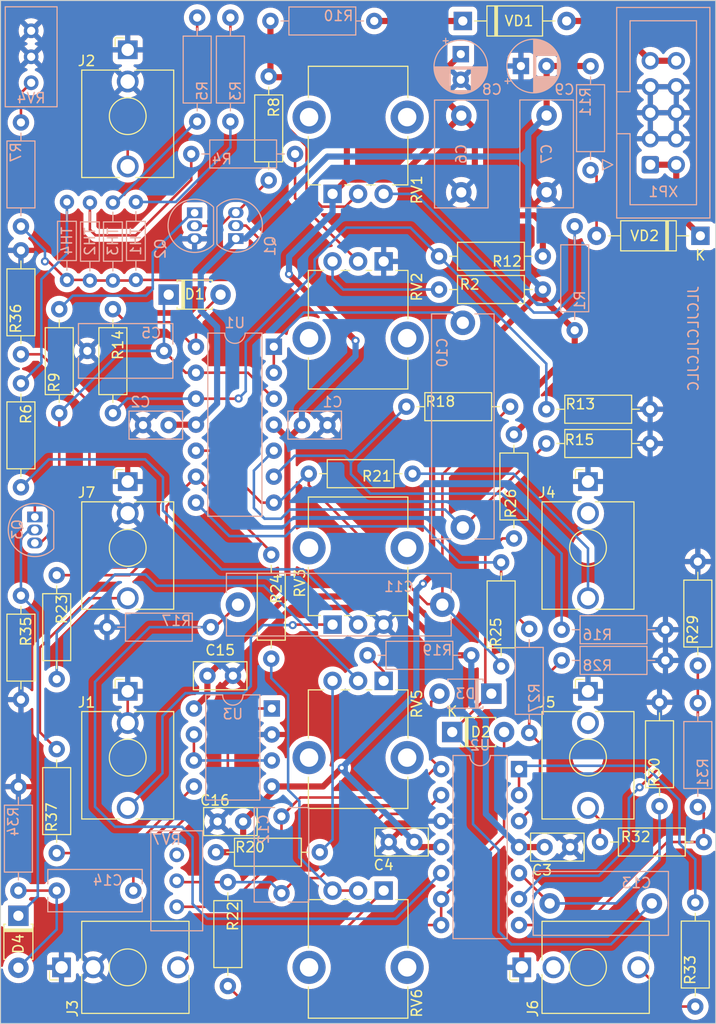
<source format=kicad_pcb>
(kicad_pcb (version 20221018) (generator pcbnew)

  (general
    (thickness 1.6)
  )

  (paper "A4")
  (layers
    (0 "F.Cu" signal)
    (31 "B.Cu" signal)
    (32 "B.Adhes" user "B.Adhesive")
    (33 "F.Adhes" user "F.Adhesive")
    (34 "B.Paste" user)
    (35 "F.Paste" user)
    (36 "B.SilkS" user "B.Silkscreen")
    (37 "F.SilkS" user "F.Silkscreen")
    (38 "B.Mask" user)
    (39 "F.Mask" user)
    (40 "Dwgs.User" user "User.Drawings")
    (41 "Cmts.User" user "User.Comments")
    (42 "Eco1.User" user "User.Eco1")
    (43 "Eco2.User" user "User.Eco2")
    (44 "Edge.Cuts" user)
    (45 "Margin" user)
    (46 "B.CrtYd" user "B.Courtyard")
    (47 "F.CrtYd" user "F.Courtyard")
    (48 "B.Fab" user)
    (49 "F.Fab" user)
    (50 "User.1" user)
    (51 "User.2" user)
    (52 "User.3" user)
    (53 "User.4" user)
    (54 "User.5" user)
    (55 "User.6" user)
    (56 "User.7" user)
    (57 "User.8" user)
    (58 "User.9" user)
  )

  (setup
    (stackup
      (layer "F.SilkS" (type "Top Silk Screen"))
      (layer "F.Paste" (type "Top Solder Paste"))
      (layer "F.Mask" (type "Top Solder Mask") (thickness 0.01))
      (layer "F.Cu" (type "copper") (thickness 0.035))
      (layer "dielectric 1" (type "core") (thickness 1.51) (material "FR4") (epsilon_r 4.5) (loss_tangent 0.02))
      (layer "B.Cu" (type "copper") (thickness 0.035))
      (layer "B.Mask" (type "Bottom Solder Mask") (thickness 0.01))
      (layer "B.Paste" (type "Bottom Solder Paste"))
      (layer "B.SilkS" (type "Bottom Silk Screen"))
      (copper_finish "None")
      (dielectric_constraints no)
    )
    (pad_to_mask_clearance 0)
    (grid_origin 84.5 17.5)
    (pcbplotparams
      (layerselection 0x00010fc_ffffffff)
      (plot_on_all_layers_selection 0x0000000_00000000)
      (disableapertmacros false)
      (usegerberextensions false)
      (usegerberattributes true)
      (usegerberadvancedattributes true)
      (creategerberjobfile true)
      (dashed_line_dash_ratio 12.000000)
      (dashed_line_gap_ratio 3.000000)
      (svgprecision 6)
      (plotframeref false)
      (viasonmask true)
      (mode 1)
      (useauxorigin true)
      (hpglpennumber 1)
      (hpglpenspeed 20)
      (hpglpendiameter 15.000000)
      (dxfpolygonmode true)
      (dxfimperialunits true)
      (dxfusepcbnewfont true)
      (psnegative false)
      (psa4output false)
      (plotreference true)
      (plotvalue true)
      (plotinvisibletext false)
      (sketchpadsonfab false)
      (subtractmaskfromsilk false)
      (outputformat 1)
      (mirror false)
      (drillshape 0)
      (scaleselection 1)
      (outputdirectory "./gerbers")
    )
  )

  (net 0 "")
  (net 1 "+12V")
  (net 2 "GNDREF")
  (net 3 "-12V")
  (net 4 "Net-(C5-Pad1)")
  (net 5 "Net-(C10-Pad1)")
  (net 6 "Net-(C10-Pad2)")
  (net 7 "Net-(C11-Pad1)")
  (net 8 "Net-(C11-Pad2)")
  (net 9 "Net-(C12-Pad1)")
  (net 10 "Net-(C12-Pad2)")
  (net 11 "Net-(C13-Pad1)")
  (net 12 "Net-(C13-Pad2)")
  (net 13 "Net-(D1-Pad2)")
  (net 14 "Net-(D2-Pad2)")
  (net 15 "Net-(C14-Pad1)")
  (net 16 "Net-(Q1-Pad3)")
  (net 17 "Net-(Q2-Pad1)")
  (net 18 "Net-(R1-Pad1)")
  (net 19 "Net-(R2-Pad1)")
  (net 20 "Net-(R3-Pad1)")
  (net 21 "Net-(R3-Pad2)")
  (net 22 "Net-(R4-Pad1)")
  (net 23 "Net-(R4-Pad2)")
  (net 24 "Net-(R5-Pad1)")
  (net 25 "Net-(J2-PadT)")
  (net 26 "Net-(R6-Pad1)")
  (net 27 "Net-(R6-Pad2)")
  (net 28 "Net-(R7-Pad2)")
  (net 29 "Net-(R10-Pad1)")
  (net 30 "Net-(R11-Pad2)")
  (net 31 "Net-(R12-Pad2)")
  (net 32 "Net-(R16-Pad1)")
  (net 33 "Net-(R19-Pad2)")
  (net 34 "Net-(R20-Pad1)")
  (net 35 "Net-(J4-PadT)")
  (net 36 "Net-(R23-Pad1)")
  (net 37 "Net-(R23-Pad2)")
  (net 38 "Net-(R24-Pad2)")
  (net 39 "Net-(R25-Pad2)")
  (net 40 "Net-(R27-Pad2)")
  (net 41 "Net-(R29-Pad1)")
  (net 42 "Net-(R31-Pad1)")
  (net 43 "Net-(J5-PadT)")
  (net 44 "Net-(J6-PadT)")
  (net 45 "Net-(R33-Pad2)")
  (net 46 "/FM IN LVL")
  (net 47 "Net-(J3-PadT)")
  (net 48 "unconnected-(RV7-Pad1)")
  (net 49 "Net-(VD1-Pad2)")
  (net 50 "Net-(VD2-Pad1)")
  (net 51 "Net-(C14-Pad2)")
  (net 52 "Net-(D4-Pad1)")
  (net 53 "unconnected-(J4-PadTN)")
  (net 54 "unconnected-(J5-PadTN)")
  (net 55 "unconnected-(J6-PadTN)")
  (net 56 "Net-(J7-PadT)")
  (net 57 "Net-(Q1-Pad2)")
  (net 58 "Net-(Q3-Pad3)")
  (net 59 "Net-(R37-Pad1)")
  (net 60 "Net-(U3-Pad3)")

  (footprint "Capacitor_THT:C_Disc_D5.0mm_W2.5mm_P2.50mm" (layer "F.Cu") (at 144.85 124.15))

  (footprint "SynthMages:Jack_3.5mm_QingPu_WQP-PJ398SM_Vertical_CircularHoles_Socket_Centered" (layer "F.Cu") (at 136.05 117.9))

  (footprint "Resistor_THT:R_Axial_DIN0207_L6.3mm_D2.5mm_P10.16mm_Horizontal" (layer "F.Cu") (at 145.85 130.07 -90))

  (footprint "SynthMages:Potentiometer_Alpha_RD901F-40-00D_Single_Vertical_CircularHoles_Shaft_Centered" (layer "F.Cu") (at 158.6 76.9 -90))

  (footprint "Resistor_THT:R_Axial_DIN0207_L6.3mm_D2.5mm_P10.16mm_Horizontal" (layer "F.Cu") (at 163.93 90.15 180))

  (footprint "SynthMages:Jack_3.5mm_QingPu_WQP-PJ398SM_Vertical_CircularHoles_Socket_Centered" (layer "F.Cu") (at 181.1 117.9))

  (footprint "Resistor_THT:R_Axial_DIN0207_L6.3mm_D2.5mm_P10.16mm_Horizontal" (layer "F.Cu") (at 125.6 81.32 -90))

  (footprint "SynthMages:Jack_3.5mm_QingPu_WQP-PJ398SM_Vertical_CircularHoles_Socket_Centered" (layer "F.Cu") (at 136.05 97.4))

  (footprint "Resistor_THT:R_Axial_DIN0207_L6.3mm_D2.5mm_P10.16mm_Horizontal" (layer "F.Cu") (at 182.27 126.15))

  (footprint "SynthMages:Jack_3.5mm_QingPu_WQP-PJ398SM_Vertical_CircularHoles_Socket_Centered" (layer "F.Cu") (at 181.1 138.4 90))

  (footprint "SynthMages:Jack_3.5mm_QingPu_WQP-PJ398SM_Vertical_CircularHoles_Socket_Centered" (layer "F.Cu") (at 136.05 55.2))

  (footprint "Resistor_THT:R_Axial_DIN0207_L6.3mm_D2.5mm_P10.16mm_Horizontal" (layer "F.Cu") (at 150.1 98.07 -90))

  (footprint "Resistor_THT:R_Axial_DIN0207_L6.3mm_D2.5mm_P10.16mm_Horizontal" (layer "F.Cu") (at 191.6 142.23 90))

  (footprint "Resistor_THT:R_Axial_DIN0207_L6.3mm_D2.5mm_P10.16mm_Horizontal" (layer "F.Cu") (at 191.85 108.9 90))

  (footprint "Capacitor_THT:C_Disc_D5.0mm_W2.5mm_P2.50mm" (layer "F.Cu") (at 143.85 109.9))

  (footprint "Capacitor_THT:C_Disc_D5.0mm_W2.5mm_P2.50mm" (layer "F.Cu") (at 161.6 126.15))

  (footprint "Resistor_THT:R_Axial_DIN0207_L6.3mm_D2.5mm_P10.16mm_Horizontal" (layer "F.Cu") (at 177.02 87.2))

  (footprint "SynthMages:Potentiometer_Alpha_RD901F-40-00D_Single_Vertical_CircularHoles_Shaft_Centered" (layer "F.Cu") (at 158.6 117.9 -90))

  (footprint "Resistor_THT:R_Axial_DIN0207_L6.3mm_D2.5mm_P10.16mm_Horizontal" (layer "F.Cu") (at 176.68 68.9 180))

  (footprint "Diode_THT:D_A-405_P10.16mm_Horizontal" (layer "F.Cu") (at 192.1 66.9 180))

  (footprint "Capacitor_THT:C_Disc_D5.0mm_W2.5mm_P2.50mm" (layer "F.Cu") (at 176.85 126.65))

  (footprint "Diode_THT:D_T-1_P5.08mm_Horizontal" (layer "F.Cu") (at 167.81 115.4))

  (footprint "SynthMages:Jack_3.5mm_QingPu_WQP-PJ398SM_Vertical_CircularHoles_Socket_Centered" (layer "F.Cu") (at 136.05 138.4 90))

  (footprint "Resistor_THT:R_Axial_DIN0207_L6.3mm_D2.5mm_P10.16mm_Horizontal" (layer "F.Cu") (at 125.6 78.48 90))

  (footprint "Diode_THT:D_T-1_P5.08mm_Horizontal" (layer "F.Cu") (at 140.06 72.65))

  (footprint "Resistor_THT:R_Axial_DIN0207_L6.3mm_D2.5mm_P10.16mm_Horizontal" (layer "F.Cu") (at 166.52 72.15))

  (footprint "Resistor_THT:R_Axial_DIN0207_L6.3mm_D2.5mm_P10.16mm_Horizontal" (layer "F.Cu") (at 129.1 127.23 90))

  (footprint "Resistor_THT:R_Axial_DIN0207_L6.3mm_D2.5mm_P10.16mm_Horizontal" (layer "F.Cu") (at 125.6 102.07 -90))

  (footprint "SynthMages:Potentiometer_Alpha_RD901F-40-00D_Single_Vertical_CircularHoles_Shaft_Centered" (layer "F.Cu") (at 158.6 55.3 90))

  (footprint "Resistor_THT:R_Axial_DIN0207_L6.3mm_D2.5mm_P10.16mm_Horizontal" (layer "F.Cu") (at 188.1 122.65 90))

  (footprint "Resistor_THT:R_Axial_DIN0207_L6.3mm_D2.5mm_P10.16mm_Horizontal" (layer "F.Cu") (at 154.85 127.15 180))

  (footprint "Resistor_THT:R_Axial_DIN0207_L6.3mm_D2.5mm_P10.16mm_Horizontal" (layer "F.Cu") (at 149.85 51.32 -90))

  (footprint "Diode_THT:D_T-1_P5.08mm_Horizontal" (layer "F.Cu") (at 125.35 133.36 -90))

  (footprint "Resistor_THT:R_Axial_DIN0207_L6.3mm_D2.5mm_P10.16mm_Horizontal" (layer "F.Cu") (at 177.02 83.85))

  (footprint "Resistor_THT:R_Axial_DIN0207_L6.3mm_D2.5mm_P10.16mm_Horizontal" (layer "F.Cu") (at 172.6 108.98 90))

  (footprint "SynthMages:Potentiometer_Alpha_RD901F-40-00D_Single_Vertical_CircularHoles_Shaft_Centered" (layer "F.Cu") (at 158.6 97.4 90))

  (footprint "Resistor_THT:R_Axial_DIN0207_L6.3mm_D2.5mm_P10.16mm_Horizontal" (layer "F.Cu") (at 129.35 84.23 90))

  (footprint "Resistor_THT:R_Axial_DIN0207_L6.3mm_D2.5mm_P10.16mm_Horizontal" (layer "F.Cu") (at 129.1 100.07 -90))

  (footprint "Resistor_THT:R_Axial_DIN0207_L6.3mm_D2.5mm_P10.16mm_Horizontal" (layer "F.Cu") (at 173.85 96.48 90))

  (footprint "Resistor_THT:R_Axial_DIN0207_L6.3mm_D2.5mm_P10.16mm_Horizontal" (layer "F.Cu") (at 163.32 83.6))

  (footprint "Resistor_THT:R_Axial_DIN0207_L6.3mm_D2.5mm_P10.16mm_Horizontal" (layer "F.Cu") (at 134.6 74.07 -90))

  (footprint "Diode_THT:D_A-405_P10.16mm_Horizontal" (layer "F.Cu") (at 168.85 45.9))

  (footprint "SynthMages:Jack_3.5mm_QingPu_WQP-PJ398SM_Vertical_CircularHoles_Socket_Centered" (layer "F.Cu")
    (tstamp f40aadff-3079-4793-b758-372380834aaa)
    (at 181.1 97.4)
    (descr "TRS 3.5mm, vertical, Thonkiconn, PCB mount, (http://www.qingpu-electronics.com/en/products/WQP-PJ398SM-362.html)")
    (tags "WQP-PJ398SM WQP-PJ301M-12 TRS 3.5mm mono vertical jack thonkiconn qingpu")
    (property "Sheetfile" "Fireball.kicad_sch")
    (property "Sheetname" "")
    (path "/dd316292-8e30-4ad5-b5a2-f93f1c8ccf04")
    (attr through_hole)
    (fp_text reference "J4" (at -4.03 -5.4 180) (layer "F.SilkS")
        (effects (font (size 1 1) (thickness 0.15)))
      (tstamp 59413e0d-98c4-4d50-a848-946bdeb182c3)
    )
    (fp_text value "SAW_OUT" (at 0 -1.48 180)
... [1246797 chars truncated]
</source>
